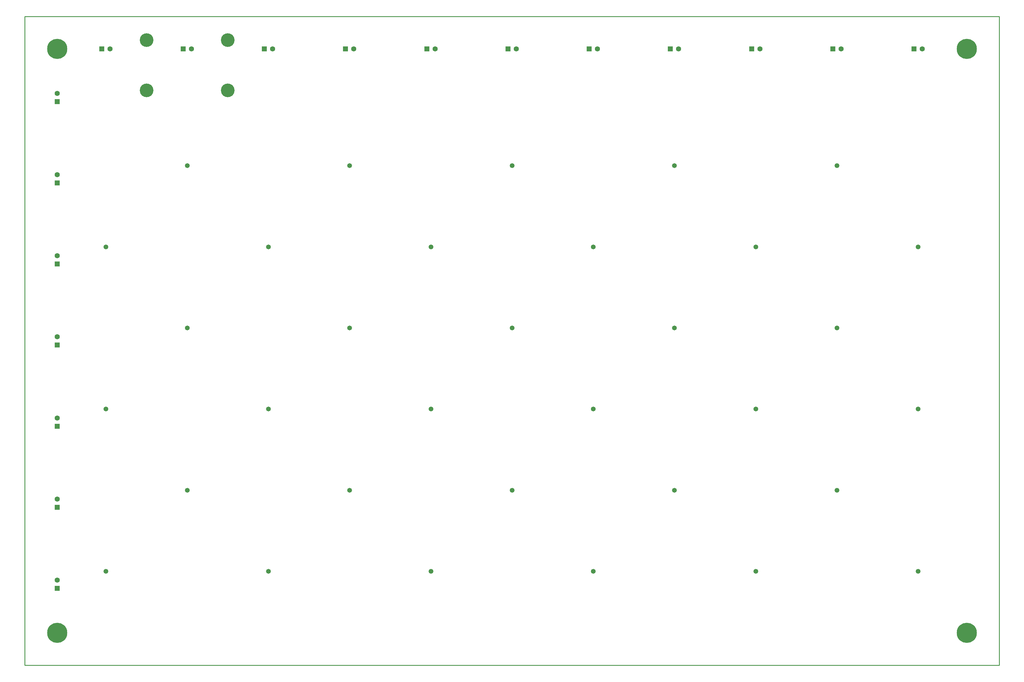
<source format=gbs>
G04*
G04 #@! TF.GenerationSoftware,Altium Limited,Altium Designer,20.0.13 (296)*
G04*
G04 Layer_Color=16711935*
%FSLAX44Y44*%
%MOMM*%
G71*
G01*
G75*
%ADD12C,0.2540*%
%ADD19C,4.2032*%
%ADD20C,6.2032*%
%ADD21R,1.6032X1.6032*%
%ADD22C,1.6032*%
%ADD23R,1.6032X1.6032*%
%ADD24C,1.4732*%
D12*
X3000000D02*
Y2000000D01*
X0D02*
X3000000D01*
X0Y0D02*
X3000000D01*
X0D02*
Y2000000D01*
D19*
X625000Y1772500D02*
D03*
Y1927500D02*
D03*
X375000Y1772500D02*
D03*
Y1927500D02*
D03*
D20*
X2900000Y1900000D02*
D03*
Y100000D02*
D03*
X100000D02*
D03*
Y1900000D02*
D03*
D21*
Y1737300D02*
D03*
Y1487300D02*
D03*
Y1237300D02*
D03*
Y987300D02*
D03*
Y737300D02*
D03*
Y237300D02*
D03*
Y487300D02*
D03*
D22*
Y1762700D02*
D03*
Y1512700D02*
D03*
Y1262700D02*
D03*
Y1012700D02*
D03*
X262700Y1900000D02*
D03*
X762700D02*
D03*
X1262700D02*
D03*
X1762700D02*
D03*
X100000Y762700D02*
D03*
X2262700Y1900000D02*
D03*
X2762700D02*
D03*
X512700D02*
D03*
X1012700D02*
D03*
X100000Y262700D02*
D03*
X1512700Y1900000D02*
D03*
X2012700D02*
D03*
X2512700D02*
D03*
X100000Y512700D02*
D03*
D23*
X237300Y1900000D02*
D03*
X737300D02*
D03*
X1237300D02*
D03*
X1737300D02*
D03*
X2237300D02*
D03*
X2737300D02*
D03*
X487300D02*
D03*
X987300D02*
D03*
X1487300D02*
D03*
X1987300D02*
D03*
X2487300D02*
D03*
D24*
X1250000Y790000D02*
D03*
X2750000Y1290000D02*
D03*
X2500000Y1540000D02*
D03*
X2000000D02*
D03*
X2250000Y1290000D02*
D03*
X1750000D02*
D03*
X1500000Y1540000D02*
D03*
X1250000Y1290000D02*
D03*
X1500000Y1040000D02*
D03*
X2000000D02*
D03*
X2500000D02*
D03*
X2750000Y790000D02*
D03*
X2250000D02*
D03*
X1750000D02*
D03*
X2000000Y540000D02*
D03*
X2500000D02*
D03*
X2750000Y290000D02*
D03*
X2250000D02*
D03*
X1750000D02*
D03*
X1500000Y540000D02*
D03*
X1250000Y290000D02*
D03*
X1000000Y540000D02*
D03*
Y1040000D02*
D03*
Y1540000D02*
D03*
X750000Y1290000D02*
D03*
Y790000D02*
D03*
Y290000D02*
D03*
X500000Y540000D02*
D03*
Y1040000D02*
D03*
Y1540000D02*
D03*
X250000Y290000D02*
D03*
Y790000D02*
D03*
Y1290000D02*
D03*
M02*

</source>
